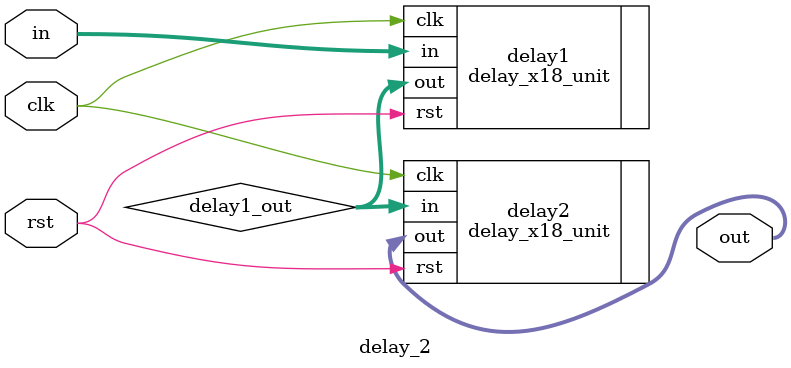
<source format=v>
module delay_2(clk, rst, in, out);
input clk, rst;
input signed [17:0] in;
output signed [17:0] out;
wire signed [17:0] delay1_out; 
delay_x18_unit delay1 (.clk(clk), .rst(rst), .in(in),         .out(delay1_out));
delay_x18_unit delay2 (.clk(clk), .rst(rst), .in(delay1_out), .out(out));
endmodule

</source>
